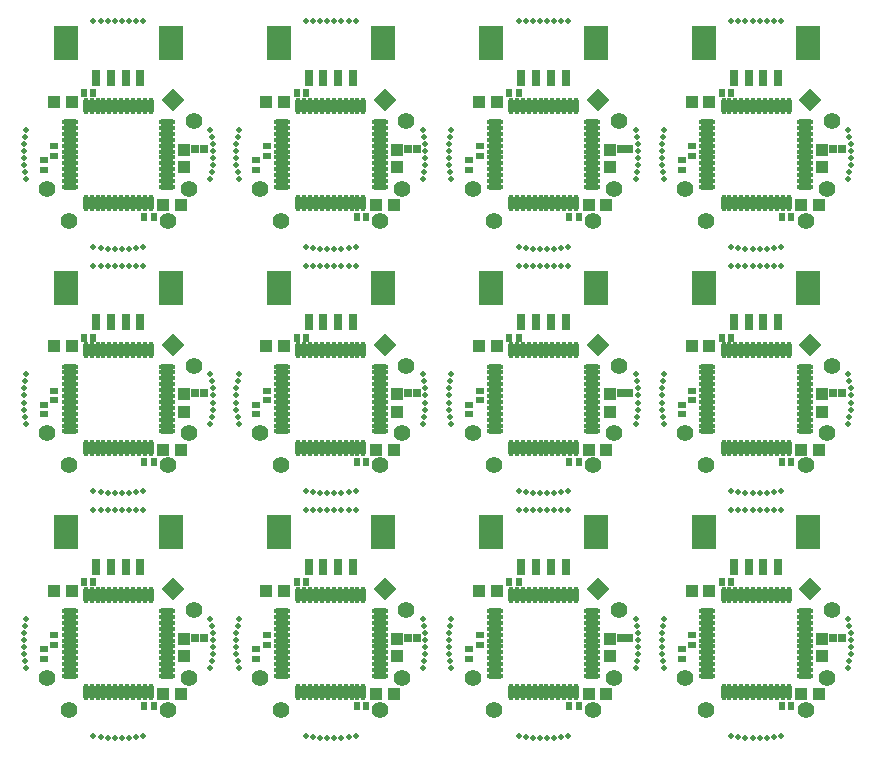
<source format=gts>
G04*
G04 #@! TF.GenerationSoftware,Altium Limited,Altium Designer,20.1.11 (218)*
G04*
G04 Layer_Color=8388736*
%FSLAX25Y25*%
%MOIN*%
G70*
G04*
G04 #@! TF.SameCoordinates,4A8DF08C-7CCE-415C-BD08-992622932B33*
G04*
G04*
G04 #@! TF.FilePolarity,Negative*
G04*
G01*
G75*
%ADD23C,0.01968*%
%ADD34R,0.02769X0.02375*%
%ADD35R,0.02375X0.02769*%
%ADD36R,0.03950X0.03950*%
%ADD37R,0.02769X0.02572*%
%ADD38R,0.03162X0.05524*%
%ADD39R,0.08280X0.11824*%
%ADD40O,0.05721X0.01784*%
%ADD41O,0.01784X0.05721*%
%ADD42R,0.03950X0.03950*%
%ADD43C,0.05524*%
%ADD44P,0.07813X4X270.0*%
G54D23*
X102756Y-31496D02*
D03*
Y125984D02*
D03*
Y50000D02*
D03*
Y44488D02*
D03*
Y-37008D02*
D03*
Y-112992D02*
D03*
X137008Y73228D02*
D03*
Y89764D02*
D03*
X137795Y80315D02*
D03*
X137008Y8268D02*
D03*
X137795Y1181D02*
D03*
X137402Y-87402D02*
D03*
X112205Y-31102D02*
D03*
X114567Y-30709D02*
D03*
X107480Y-31496D02*
D03*
X105118D02*
D03*
X109843D02*
D03*
X100394Y-31102D02*
D03*
X98032Y-30709D02*
D03*
X74803Y80315D02*
D03*
X75590Y89764D02*
D03*
Y73228D02*
D03*
X74803Y1181D02*
D03*
X75590Y8268D02*
D03*
X75197Y-87402D02*
D03*
X66142Y73228D02*
D03*
Y89764D02*
D03*
X66929Y80315D02*
D03*
X66142Y8268D02*
D03*
X66929Y1181D02*
D03*
X66535Y-87402D02*
D03*
X137402Y87402D02*
D03*
X137795Y85039D02*
D03*
Y82677D02*
D03*
X137402Y75591D02*
D03*
X137795Y77953D02*
D03*
X137402Y5906D02*
D03*
X137795Y3543D02*
D03*
X137402Y-5906D02*
D03*
X137795Y-3543D02*
D03*
Y-1181D02*
D03*
X137008Y-8268D02*
D03*
X137795Y-77953D02*
D03*
X137402Y-75590D02*
D03*
X137008Y-73228D02*
D03*
X137795Y-82677D02*
D03*
Y-80315D02*
D03*
Y-85039D02*
D03*
X137008Y-89764D02*
D03*
X114567Y125984D02*
D03*
X112205D02*
D03*
Y50394D02*
D03*
X114567Y50787D02*
D03*
Y44488D02*
D03*
X112205D02*
D03*
Y-37008D02*
D03*
X114567D02*
D03*
Y-112205D02*
D03*
X112205Y-112598D02*
D03*
X109843Y125984D02*
D03*
X105118D02*
D03*
X107480D02*
D03*
Y50000D02*
D03*
X105118D02*
D03*
X109843D02*
D03*
Y44488D02*
D03*
X105118D02*
D03*
X107480D02*
D03*
Y-37008D02*
D03*
X105118D02*
D03*
X109843D02*
D03*
Y-112992D02*
D03*
X105118D02*
D03*
X107480D02*
D03*
X98032Y125984D02*
D03*
X100394D02*
D03*
Y50394D02*
D03*
X98032Y50787D02*
D03*
Y44488D02*
D03*
X100394D02*
D03*
Y-37008D02*
D03*
X98032D02*
D03*
Y-112205D02*
D03*
X100394Y-112598D02*
D03*
X74803Y82677D02*
D03*
Y85039D02*
D03*
X75197Y87402D02*
D03*
X74803Y77953D02*
D03*
X75197Y75591D02*
D03*
X74803Y3543D02*
D03*
X75197Y5906D02*
D03*
X74803Y-1181D02*
D03*
Y-3543D02*
D03*
X75197Y-5906D02*
D03*
X75590Y-8268D02*
D03*
Y-73228D02*
D03*
X75197Y-75590D02*
D03*
X74803Y-77953D02*
D03*
Y-85039D02*
D03*
Y-80315D02*
D03*
Y-82677D02*
D03*
X75590Y-89764D02*
D03*
X66535Y87402D02*
D03*
X66929Y85039D02*
D03*
Y82677D02*
D03*
X66535Y75591D02*
D03*
X66929Y77953D02*
D03*
X66535Y5906D02*
D03*
X66929Y3543D02*
D03*
X66535Y-5906D02*
D03*
X66929Y-3543D02*
D03*
Y-1181D02*
D03*
X66142Y-8268D02*
D03*
X66929Y-77953D02*
D03*
X66535Y-75590D02*
D03*
X66142Y-73228D02*
D03*
X66929Y-82677D02*
D03*
Y-80315D02*
D03*
Y-85039D02*
D03*
X66142Y-89764D02*
D03*
X-137008D02*
D03*
X-137795Y-85039D02*
D03*
Y-80315D02*
D03*
Y-82677D02*
D03*
X-137008Y-73228D02*
D03*
X-137402Y-75590D02*
D03*
X-137795Y-77953D02*
D03*
X-137008Y-8268D02*
D03*
X-137795Y-1181D02*
D03*
Y-3543D02*
D03*
X-137402Y-5906D02*
D03*
X-137795Y3543D02*
D03*
X-137402Y5906D02*
D03*
X-137795Y77953D02*
D03*
X-137402Y75591D02*
D03*
X-137795Y82677D02*
D03*
Y85039D02*
D03*
X-137402Y87402D02*
D03*
X-114567Y-112205D02*
D03*
Y-37008D02*
D03*
Y44488D02*
D03*
Y50787D02*
D03*
Y125984D02*
D03*
X-109843Y-112992D02*
D03*
X-107480D02*
D03*
X-105118D02*
D03*
X-107480Y-37008D02*
D03*
X-105118D02*
D03*
X-109843D02*
D03*
Y44488D02*
D03*
X-107480D02*
D03*
X-105118D02*
D03*
Y50000D02*
D03*
X-107480D02*
D03*
X-109843D02*
D03*
Y125984D02*
D03*
X-107480D02*
D03*
X-105118D02*
D03*
X-98032Y-112205D02*
D03*
X-100394Y-112598D02*
D03*
X-102756Y-112992D02*
D03*
Y-37008D02*
D03*
X-100394D02*
D03*
X-98032D02*
D03*
Y44488D02*
D03*
X-102756D02*
D03*
X-100394D02*
D03*
X-102756Y50000D02*
D03*
X-100394Y50394D02*
D03*
X-98032Y50787D02*
D03*
Y125984D02*
D03*
X-102756D02*
D03*
X-100394D02*
D03*
X-75590Y-89764D02*
D03*
X-74803Y-82677D02*
D03*
Y-85039D02*
D03*
Y-80315D02*
D03*
X-75197Y-75590D02*
D03*
X-75590Y-73228D02*
D03*
X-74803Y-77953D02*
D03*
X-75590Y-8268D02*
D03*
X-75197Y-5906D02*
D03*
X-74803Y-3543D02*
D03*
Y-1181D02*
D03*
X-75197Y5906D02*
D03*
X-74803Y3543D02*
D03*
X-75197Y75591D02*
D03*
X-74803Y77953D02*
D03*
X-75197Y87402D02*
D03*
X-74803Y85039D02*
D03*
Y82677D02*
D03*
X-66142Y-89764D02*
D03*
X-66929Y-82677D02*
D03*
Y-80315D02*
D03*
Y-85039D02*
D03*
Y-77953D02*
D03*
X-66535Y-75590D02*
D03*
X-66142Y-73228D02*
D03*
Y-8268D02*
D03*
X-66535Y-5906D02*
D03*
X-66929Y-3543D02*
D03*
Y-1181D02*
D03*
X-66535Y5906D02*
D03*
X-66929Y3543D02*
D03*
X-66535Y75591D02*
D03*
X-66929Y77953D02*
D03*
X-66535Y87402D02*
D03*
X-66929Y85039D02*
D03*
Y82677D02*
D03*
X-41339Y-112598D02*
D03*
X-43701Y-112205D02*
D03*
Y-37008D02*
D03*
X-41339D02*
D03*
Y44488D02*
D03*
X-43701D02*
D03*
Y50787D02*
D03*
X-41339Y50394D02*
D03*
Y125984D02*
D03*
X-43701D02*
D03*
X-34252Y-112992D02*
D03*
X-36614D02*
D03*
Y-37008D02*
D03*
X-34252D02*
D03*
Y44488D02*
D03*
X-36614D02*
D03*
Y50000D02*
D03*
X-34252D02*
D03*
Y125984D02*
D03*
X-36614D02*
D03*
X-29528Y-112598D02*
D03*
X-27165Y-112205D02*
D03*
Y-37008D02*
D03*
X-29528D02*
D03*
Y44488D02*
D03*
X-27165D02*
D03*
Y50787D02*
D03*
X-29528Y50394D02*
D03*
Y125984D02*
D03*
X-27165D02*
D03*
X-4724Y-89764D02*
D03*
X-3937Y-85039D02*
D03*
Y-80315D02*
D03*
Y-82677D02*
D03*
X-4724Y-73228D02*
D03*
X-4331Y-75590D02*
D03*
X-3937Y-77953D02*
D03*
X-4724Y-8268D02*
D03*
X-3937Y-1181D02*
D03*
Y-3543D02*
D03*
X-4331Y-5906D02*
D03*
X-3937Y3543D02*
D03*
X-4331Y5906D02*
D03*
X-3937Y77953D02*
D03*
X-4331Y75591D02*
D03*
X-3937Y82677D02*
D03*
Y85039D02*
D03*
X-4331Y87402D02*
D03*
X4724Y-89764D02*
D03*
X3937Y-82677D02*
D03*
Y-80315D02*
D03*
Y-85039D02*
D03*
Y-77953D02*
D03*
X4331Y-75590D02*
D03*
X4724Y-73228D02*
D03*
Y-8268D02*
D03*
X4331Y-5906D02*
D03*
X3937Y-3543D02*
D03*
Y-1181D02*
D03*
X4331Y5906D02*
D03*
X3937Y3543D02*
D03*
X4331Y75591D02*
D03*
X3937Y77953D02*
D03*
X4331Y87402D02*
D03*
X3937Y85039D02*
D03*
Y82677D02*
D03*
X29528Y-112598D02*
D03*
X27165Y-112205D02*
D03*
Y-37008D02*
D03*
X29528D02*
D03*
Y44488D02*
D03*
X27165D02*
D03*
Y50787D02*
D03*
X29528Y50394D02*
D03*
Y125984D02*
D03*
X27165D02*
D03*
X36614Y-112992D02*
D03*
X34252D02*
D03*
X38976D02*
D03*
Y-37008D02*
D03*
X34252D02*
D03*
X36614D02*
D03*
Y44488D02*
D03*
X34252D02*
D03*
X38976D02*
D03*
Y50000D02*
D03*
X34252D02*
D03*
X36614D02*
D03*
Y125984D02*
D03*
X34252D02*
D03*
X38976D02*
D03*
X41339Y-112598D02*
D03*
X43701Y-112205D02*
D03*
Y-37008D02*
D03*
X41339D02*
D03*
Y44488D02*
D03*
X43701D02*
D03*
Y50787D02*
D03*
X41339Y50394D02*
D03*
Y125984D02*
D03*
X43701D02*
D03*
X66142Y-89764D02*
D03*
X66929Y-85039D02*
D03*
Y-80315D02*
D03*
Y-82677D02*
D03*
X66142Y-73228D02*
D03*
X66535Y-75590D02*
D03*
X66929Y-77953D02*
D03*
X66142Y-8268D02*
D03*
X66929Y-1181D02*
D03*
Y-3543D02*
D03*
X66535Y-5906D02*
D03*
X66929Y3543D02*
D03*
X66535Y5906D02*
D03*
X66929Y77953D02*
D03*
X66535Y75591D02*
D03*
X66929Y82677D02*
D03*
Y85039D02*
D03*
X66535Y87402D02*
D03*
X-137402Y-87402D02*
D03*
X-137795Y1181D02*
D03*
X-137008Y8268D02*
D03*
X-137795Y80315D02*
D03*
X-137008Y89764D02*
D03*
Y73228D02*
D03*
X-114567Y-30709D02*
D03*
X-105118Y-31496D02*
D03*
X-107480D02*
D03*
X-109843D02*
D03*
X-102756D02*
D03*
X-100394Y-31102D02*
D03*
X-98032Y-30709D02*
D03*
X-75197Y-87402D02*
D03*
X-75590Y8268D02*
D03*
X-74803Y1181D02*
D03*
X-75590Y73228D02*
D03*
Y89764D02*
D03*
X-74803Y80315D02*
D03*
X-66535Y-87402D02*
D03*
X-66142Y8268D02*
D03*
X-66929Y1181D02*
D03*
X-66142Y73228D02*
D03*
Y89764D02*
D03*
X-66929Y80315D02*
D03*
X-43701Y-30709D02*
D03*
X-41339Y-31102D02*
D03*
X-36614Y-31496D02*
D03*
X-34252D02*
D03*
X-27165Y-30709D02*
D03*
X-29528Y-31102D02*
D03*
X-4331Y-87402D02*
D03*
X-3937Y1181D02*
D03*
X-4724Y8268D02*
D03*
X-3937Y80315D02*
D03*
X-4724Y89764D02*
D03*
Y73228D02*
D03*
X4331Y-87402D02*
D03*
X4724Y8268D02*
D03*
X3937Y1181D02*
D03*
X4724Y73228D02*
D03*
Y89764D02*
D03*
X3937Y80315D02*
D03*
X27165Y-30709D02*
D03*
X29528Y-31102D02*
D03*
X38976Y-31496D02*
D03*
X34252D02*
D03*
X36614D02*
D03*
X43701Y-30709D02*
D03*
X41339Y-31102D02*
D03*
X66535Y-87402D02*
D03*
X66929Y1181D02*
D03*
X66142Y8268D02*
D03*
X66929Y80315D02*
D03*
X66142Y89764D02*
D03*
Y73228D02*
D03*
X-112205Y-112598D02*
D03*
Y-37008D02*
D03*
Y44488D02*
D03*
Y50394D02*
D03*
Y125984D02*
D03*
X-31890Y-112992D02*
D03*
X-38976D02*
D03*
Y-37008D02*
D03*
X-31890D02*
D03*
Y44488D02*
D03*
X-38976D02*
D03*
Y50000D02*
D03*
X-31890D02*
D03*
Y125984D02*
D03*
X-38976D02*
D03*
X31890Y-112992D02*
D03*
Y-37008D02*
D03*
Y44488D02*
D03*
Y50000D02*
D03*
Y125984D02*
D03*
X-112205Y-31102D02*
D03*
X-38976Y-31496D02*
D03*
X-31890D02*
D03*
X31890D02*
D03*
G54D34*
X85039Y-81890D02*
D03*
Y-78740D02*
D03*
X81496Y-86614D02*
D03*
Y-83465D02*
D03*
X85039Y81102D02*
D03*
Y84252D02*
D03*
X81496Y76378D02*
D03*
Y79528D02*
D03*
X85039Y-394D02*
D03*
Y2756D02*
D03*
X81496Y-5118D02*
D03*
Y-1969D02*
D03*
X-56693Y-394D02*
D03*
Y2756D02*
D03*
X-60236Y-5118D02*
D03*
Y-1969D02*
D03*
X-56693Y81102D02*
D03*
Y84252D02*
D03*
X-60236Y76378D02*
D03*
Y79528D02*
D03*
X-56693Y-81890D02*
D03*
Y-78740D02*
D03*
X-60236Y-86614D02*
D03*
Y-83465D02*
D03*
X-127559Y-394D02*
D03*
Y2756D02*
D03*
X-131102Y-5118D02*
D03*
Y-1969D02*
D03*
X14173Y-394D02*
D03*
Y2756D02*
D03*
X10630Y-5118D02*
D03*
Y-1969D02*
D03*
X-127559Y81102D02*
D03*
Y84252D02*
D03*
X-131102Y76378D02*
D03*
Y79528D02*
D03*
X14173Y81102D02*
D03*
Y84252D02*
D03*
X10630Y76378D02*
D03*
Y79528D02*
D03*
X-127559Y-81890D02*
D03*
Y-78740D02*
D03*
X-131102Y-86614D02*
D03*
Y-83465D02*
D03*
X14173Y-81890D02*
D03*
Y-78740D02*
D03*
X10630Y-86614D02*
D03*
Y-83465D02*
D03*
G54D35*
X118110Y-102362D02*
D03*
X114961D02*
D03*
X94882Y-61024D02*
D03*
X98032D02*
D03*
X118110Y60630D02*
D03*
X114961D02*
D03*
X94882Y101969D02*
D03*
X98032D02*
D03*
X118110Y-20866D02*
D03*
X114961D02*
D03*
X94882Y20472D02*
D03*
X98032D02*
D03*
X-23622Y-20866D02*
D03*
X-26772D02*
D03*
X-46850Y20472D02*
D03*
X-43701D02*
D03*
X-23622Y60630D02*
D03*
X-26772D02*
D03*
X-46850Y101969D02*
D03*
X-43701D02*
D03*
X-23622Y-102362D02*
D03*
X-26772D02*
D03*
X-46850Y-61024D02*
D03*
X-43701D02*
D03*
X-94488Y-20866D02*
D03*
X-97638D02*
D03*
X-117717Y20472D02*
D03*
X-114567D02*
D03*
X47244Y-20866D02*
D03*
X44094D02*
D03*
X24016Y20472D02*
D03*
X27165D02*
D03*
X-94488Y60630D02*
D03*
X-97638D02*
D03*
X-117717Y101969D02*
D03*
X-114567D02*
D03*
X47244Y60630D02*
D03*
X44094D02*
D03*
X24016Y101969D02*
D03*
X27165D02*
D03*
X-94488Y-102362D02*
D03*
X-97638D02*
D03*
X-117717Y-61024D02*
D03*
X-114567D02*
D03*
X47244Y-102362D02*
D03*
X44094D02*
D03*
X24016Y-61024D02*
D03*
X27165D02*
D03*
G54D36*
X127276Y-98472D02*
D03*
X121370D02*
D03*
X84823Y-63972D02*
D03*
X90728D02*
D03*
X127276Y64520D02*
D03*
X121370D02*
D03*
X84823Y99020D02*
D03*
X90728D02*
D03*
X127276Y-16976D02*
D03*
X121370D02*
D03*
X84823Y17524D02*
D03*
X90728D02*
D03*
X-14457Y-16976D02*
D03*
X-20362D02*
D03*
X-56910Y17524D02*
D03*
X-51004D02*
D03*
X-14457Y64520D02*
D03*
X-20362D02*
D03*
X-56910Y99020D02*
D03*
X-51004D02*
D03*
X-14457Y-98472D02*
D03*
X-20362D02*
D03*
X-56910Y-63972D02*
D03*
X-51004D02*
D03*
X-85323Y-16976D02*
D03*
X-91228D02*
D03*
X-127776Y17524D02*
D03*
X-121870D02*
D03*
X56409Y-16976D02*
D03*
X50504D02*
D03*
X13957Y17524D02*
D03*
X19862D02*
D03*
X-85323Y64520D02*
D03*
X-91228D02*
D03*
X-127776Y99020D02*
D03*
X-121870D02*
D03*
X56409Y64520D02*
D03*
X50504D02*
D03*
X13957Y99020D02*
D03*
X19862D02*
D03*
X-85323Y-98472D02*
D03*
X-91228D02*
D03*
X-127776Y-63972D02*
D03*
X-121870D02*
D03*
X56409Y-98472D02*
D03*
X50504D02*
D03*
X13957Y-63972D02*
D03*
X19862D02*
D03*
G54D37*
X131988Y-79528D02*
D03*
X134941D02*
D03*
X131988Y83465D02*
D03*
X134941D02*
D03*
X131988Y1969D02*
D03*
X134941D02*
D03*
X-9744D02*
D03*
X-6791D02*
D03*
X-9744Y83465D02*
D03*
X-6791D02*
D03*
X-9744Y-79528D02*
D03*
X-6791D02*
D03*
X-80610Y1969D02*
D03*
X-77658D02*
D03*
X61122D02*
D03*
X64075D02*
D03*
X-80610Y83465D02*
D03*
X-77658D02*
D03*
X61122D02*
D03*
X64075D02*
D03*
X-80610Y-79528D02*
D03*
X-77658D02*
D03*
X61122D02*
D03*
X64075D02*
D03*
G54D38*
X103839Y-55905D02*
D03*
X108760D02*
D03*
X113681D02*
D03*
X98917D02*
D03*
X103839Y107087D02*
D03*
X108760D02*
D03*
X113681D02*
D03*
X98917D02*
D03*
X103839Y25591D02*
D03*
X108760D02*
D03*
X113681D02*
D03*
X98917D02*
D03*
X-37894D02*
D03*
X-32972D02*
D03*
X-28051D02*
D03*
X-42815D02*
D03*
X-37894Y107087D02*
D03*
X-32972D02*
D03*
X-28051D02*
D03*
X-42815D02*
D03*
X-37894Y-55905D02*
D03*
X-32972D02*
D03*
X-28051D02*
D03*
X-42815D02*
D03*
X-108760Y25591D02*
D03*
X-103839D02*
D03*
X-98917D02*
D03*
X-113681D02*
D03*
X32972D02*
D03*
X37894D02*
D03*
X42815D02*
D03*
X28051D02*
D03*
X-108760Y107087D02*
D03*
X-103839D02*
D03*
X-98917D02*
D03*
X-113681D02*
D03*
X32972D02*
D03*
X37894D02*
D03*
X42815D02*
D03*
X28051D02*
D03*
X-108760Y-55905D02*
D03*
X-103839D02*
D03*
X-98917D02*
D03*
X-113681D02*
D03*
X32972D02*
D03*
X37894D02*
D03*
X42815D02*
D03*
X28051D02*
D03*
G54D39*
X88878Y-44488D02*
D03*
X123721D02*
D03*
X88878Y118504D02*
D03*
X123721D02*
D03*
X88878Y37008D02*
D03*
X123721D02*
D03*
X-52854D02*
D03*
X-18012D02*
D03*
X-52854Y118504D02*
D03*
X-18012D02*
D03*
X-52854Y-44488D02*
D03*
X-18012D02*
D03*
X-123721Y37008D02*
D03*
X-88878D02*
D03*
X18012D02*
D03*
X52854D02*
D03*
X-123721Y118504D02*
D03*
X-88878D02*
D03*
X18012D02*
D03*
X52854D02*
D03*
X-123721Y-44488D02*
D03*
X-88878D02*
D03*
X18012D02*
D03*
X52854D02*
D03*
G54D40*
X90059Y-70669D02*
D03*
Y-72638D02*
D03*
Y-74606D02*
D03*
Y-76575D02*
D03*
Y-78543D02*
D03*
Y-80512D02*
D03*
Y-82480D02*
D03*
Y-84449D02*
D03*
Y-86417D02*
D03*
Y-88386D02*
D03*
Y-90354D02*
D03*
Y-92323D02*
D03*
X122539D02*
D03*
Y-90354D02*
D03*
Y-88386D02*
D03*
Y-86417D02*
D03*
Y-84449D02*
D03*
Y-82480D02*
D03*
Y-80512D02*
D03*
Y-78543D02*
D03*
Y-76575D02*
D03*
Y-74606D02*
D03*
Y-72638D02*
D03*
Y-70669D02*
D03*
X90059Y92323D02*
D03*
Y90354D02*
D03*
Y88386D02*
D03*
Y86417D02*
D03*
Y84449D02*
D03*
Y82480D02*
D03*
Y80512D02*
D03*
Y78543D02*
D03*
Y76575D02*
D03*
Y74606D02*
D03*
Y72638D02*
D03*
Y70669D02*
D03*
X122539D02*
D03*
Y72638D02*
D03*
Y74606D02*
D03*
Y76575D02*
D03*
Y78543D02*
D03*
Y80512D02*
D03*
Y82480D02*
D03*
Y84449D02*
D03*
Y86417D02*
D03*
Y88386D02*
D03*
Y90354D02*
D03*
Y92323D02*
D03*
X90059Y10827D02*
D03*
Y8858D02*
D03*
Y6890D02*
D03*
Y4921D02*
D03*
Y2953D02*
D03*
Y984D02*
D03*
Y-984D02*
D03*
Y-2953D02*
D03*
Y-4921D02*
D03*
Y-6890D02*
D03*
Y-8858D02*
D03*
Y-10827D02*
D03*
X122539D02*
D03*
Y-8858D02*
D03*
Y-6890D02*
D03*
Y-4921D02*
D03*
Y-2953D02*
D03*
Y-984D02*
D03*
Y984D02*
D03*
Y2953D02*
D03*
Y4921D02*
D03*
Y6890D02*
D03*
Y8858D02*
D03*
Y10827D02*
D03*
X-51673D02*
D03*
Y8858D02*
D03*
Y6890D02*
D03*
Y4921D02*
D03*
Y2953D02*
D03*
Y984D02*
D03*
Y-984D02*
D03*
Y-2953D02*
D03*
Y-4921D02*
D03*
Y-6890D02*
D03*
Y-8858D02*
D03*
Y-10827D02*
D03*
X-19193D02*
D03*
Y-8858D02*
D03*
Y-6890D02*
D03*
Y-4921D02*
D03*
Y-2953D02*
D03*
Y-984D02*
D03*
Y984D02*
D03*
Y2953D02*
D03*
Y4921D02*
D03*
Y6890D02*
D03*
Y8858D02*
D03*
Y10827D02*
D03*
X-51673Y92323D02*
D03*
Y90354D02*
D03*
Y88386D02*
D03*
Y86417D02*
D03*
Y84449D02*
D03*
Y82480D02*
D03*
Y80512D02*
D03*
Y78543D02*
D03*
Y76575D02*
D03*
Y74606D02*
D03*
Y72638D02*
D03*
Y70669D02*
D03*
X-19193D02*
D03*
Y72638D02*
D03*
Y74606D02*
D03*
Y76575D02*
D03*
Y78543D02*
D03*
Y80512D02*
D03*
Y82480D02*
D03*
Y84449D02*
D03*
Y86417D02*
D03*
Y88386D02*
D03*
Y90354D02*
D03*
Y92323D02*
D03*
X-51673Y-70669D02*
D03*
Y-72638D02*
D03*
Y-74606D02*
D03*
Y-76575D02*
D03*
Y-78543D02*
D03*
Y-80512D02*
D03*
Y-82480D02*
D03*
Y-84449D02*
D03*
Y-86417D02*
D03*
Y-88386D02*
D03*
Y-90354D02*
D03*
Y-92323D02*
D03*
X-19193D02*
D03*
Y-90354D02*
D03*
Y-88386D02*
D03*
Y-86417D02*
D03*
Y-84449D02*
D03*
Y-82480D02*
D03*
Y-80512D02*
D03*
Y-78543D02*
D03*
Y-76575D02*
D03*
Y-74606D02*
D03*
Y-72638D02*
D03*
Y-70669D02*
D03*
X-122539Y10827D02*
D03*
Y8858D02*
D03*
Y6890D02*
D03*
Y4921D02*
D03*
Y2953D02*
D03*
Y984D02*
D03*
Y-984D02*
D03*
Y-2953D02*
D03*
Y-4921D02*
D03*
Y-6890D02*
D03*
Y-8858D02*
D03*
Y-10827D02*
D03*
X-90059D02*
D03*
Y-8858D02*
D03*
Y-6890D02*
D03*
Y-4921D02*
D03*
Y-2953D02*
D03*
Y-984D02*
D03*
Y984D02*
D03*
Y2953D02*
D03*
Y4921D02*
D03*
Y6890D02*
D03*
Y8858D02*
D03*
Y10827D02*
D03*
X19193D02*
D03*
Y8858D02*
D03*
Y6890D02*
D03*
Y4921D02*
D03*
Y2953D02*
D03*
Y984D02*
D03*
Y-984D02*
D03*
Y-2953D02*
D03*
Y-4921D02*
D03*
Y-6890D02*
D03*
Y-8858D02*
D03*
Y-10827D02*
D03*
X51673D02*
D03*
Y-8858D02*
D03*
Y-6890D02*
D03*
Y-4921D02*
D03*
Y-2953D02*
D03*
Y-984D02*
D03*
Y984D02*
D03*
Y2953D02*
D03*
Y4921D02*
D03*
Y6890D02*
D03*
Y8858D02*
D03*
Y10827D02*
D03*
X-122539Y92323D02*
D03*
Y90354D02*
D03*
Y88386D02*
D03*
Y86417D02*
D03*
Y84449D02*
D03*
Y82480D02*
D03*
Y80512D02*
D03*
Y78543D02*
D03*
Y76575D02*
D03*
Y74606D02*
D03*
Y72638D02*
D03*
Y70669D02*
D03*
X-90059D02*
D03*
Y72638D02*
D03*
Y74606D02*
D03*
Y76575D02*
D03*
Y78543D02*
D03*
Y80512D02*
D03*
Y82480D02*
D03*
Y84449D02*
D03*
Y86417D02*
D03*
Y88386D02*
D03*
Y90354D02*
D03*
Y92323D02*
D03*
X19193D02*
D03*
Y90354D02*
D03*
Y88386D02*
D03*
Y86417D02*
D03*
Y84449D02*
D03*
Y82480D02*
D03*
Y80512D02*
D03*
Y78543D02*
D03*
Y76575D02*
D03*
Y74606D02*
D03*
Y72638D02*
D03*
Y70669D02*
D03*
X51673D02*
D03*
Y72638D02*
D03*
Y74606D02*
D03*
Y76575D02*
D03*
Y78543D02*
D03*
Y80512D02*
D03*
Y82480D02*
D03*
Y84449D02*
D03*
Y86417D02*
D03*
Y88386D02*
D03*
Y90354D02*
D03*
Y92323D02*
D03*
X-122539Y-70669D02*
D03*
Y-72638D02*
D03*
Y-74606D02*
D03*
Y-76575D02*
D03*
Y-78543D02*
D03*
Y-80512D02*
D03*
Y-82480D02*
D03*
Y-84449D02*
D03*
Y-86417D02*
D03*
Y-88386D02*
D03*
Y-90354D02*
D03*
Y-92323D02*
D03*
X-90059D02*
D03*
Y-90354D02*
D03*
Y-88386D02*
D03*
Y-86417D02*
D03*
Y-84449D02*
D03*
Y-82480D02*
D03*
Y-80512D02*
D03*
Y-78543D02*
D03*
Y-76575D02*
D03*
Y-74606D02*
D03*
Y-72638D02*
D03*
Y-70669D02*
D03*
X19193D02*
D03*
Y-72638D02*
D03*
Y-74606D02*
D03*
Y-76575D02*
D03*
Y-78543D02*
D03*
Y-80512D02*
D03*
Y-82480D02*
D03*
Y-84449D02*
D03*
Y-86417D02*
D03*
Y-88386D02*
D03*
Y-90354D02*
D03*
Y-92323D02*
D03*
X51673D02*
D03*
Y-90354D02*
D03*
Y-88386D02*
D03*
Y-86417D02*
D03*
Y-84449D02*
D03*
Y-82480D02*
D03*
Y-80512D02*
D03*
Y-78543D02*
D03*
Y-76575D02*
D03*
Y-74606D02*
D03*
Y-72638D02*
D03*
Y-70669D02*
D03*
G54D41*
X95472Y-97736D02*
D03*
X97441D02*
D03*
X99409D02*
D03*
X101378D02*
D03*
X103347D02*
D03*
X105315D02*
D03*
X107283D02*
D03*
X109252D02*
D03*
X111221D02*
D03*
X113189D02*
D03*
X115157D02*
D03*
X117126D02*
D03*
Y-65256D02*
D03*
X115157D02*
D03*
X113189D02*
D03*
X111221D02*
D03*
X109252D02*
D03*
X107283D02*
D03*
X105315D02*
D03*
X103347D02*
D03*
X101378D02*
D03*
X99409D02*
D03*
X97441D02*
D03*
X95472D02*
D03*
Y65256D02*
D03*
X97441D02*
D03*
X99409D02*
D03*
X101378D02*
D03*
X103347D02*
D03*
X105315D02*
D03*
X107283D02*
D03*
X109252D02*
D03*
X111221D02*
D03*
X113189D02*
D03*
X115157D02*
D03*
X117126D02*
D03*
Y97736D02*
D03*
X115157D02*
D03*
X113189D02*
D03*
X111221D02*
D03*
X109252D02*
D03*
X107283D02*
D03*
X105315D02*
D03*
X103347D02*
D03*
X101378D02*
D03*
X99409D02*
D03*
X97441D02*
D03*
X95472D02*
D03*
Y-16240D02*
D03*
X97441D02*
D03*
X99409D02*
D03*
X101378D02*
D03*
X103347D02*
D03*
X105315D02*
D03*
X107283D02*
D03*
X109252D02*
D03*
X111221D02*
D03*
X113189D02*
D03*
X115157D02*
D03*
X117126D02*
D03*
Y16240D02*
D03*
X115157D02*
D03*
X113189D02*
D03*
X111221D02*
D03*
X109252D02*
D03*
X107283D02*
D03*
X105315D02*
D03*
X103347D02*
D03*
X101378D02*
D03*
X99409D02*
D03*
X97441D02*
D03*
X95472D02*
D03*
X-46260Y-16240D02*
D03*
X-44291D02*
D03*
X-42323D02*
D03*
X-40354D02*
D03*
X-38386D02*
D03*
X-36417D02*
D03*
X-34449D02*
D03*
X-32480D02*
D03*
X-30512D02*
D03*
X-28543D02*
D03*
X-26575D02*
D03*
X-24606D02*
D03*
Y16240D02*
D03*
X-26575D02*
D03*
X-28543D02*
D03*
X-30512D02*
D03*
X-32480D02*
D03*
X-34449D02*
D03*
X-36417D02*
D03*
X-38386D02*
D03*
X-40354D02*
D03*
X-42323D02*
D03*
X-44291D02*
D03*
X-46260D02*
D03*
Y65256D02*
D03*
X-44291D02*
D03*
X-42323D02*
D03*
X-40354D02*
D03*
X-38386D02*
D03*
X-36417D02*
D03*
X-34449D02*
D03*
X-32480D02*
D03*
X-30512D02*
D03*
X-28543D02*
D03*
X-26575D02*
D03*
X-24606D02*
D03*
Y97736D02*
D03*
X-26575D02*
D03*
X-28543D02*
D03*
X-30512D02*
D03*
X-32480D02*
D03*
X-34449D02*
D03*
X-36417D02*
D03*
X-38386D02*
D03*
X-40354D02*
D03*
X-42323D02*
D03*
X-44291D02*
D03*
X-46260D02*
D03*
Y-97736D02*
D03*
X-44291D02*
D03*
X-42323D02*
D03*
X-40354D02*
D03*
X-38386D02*
D03*
X-36417D02*
D03*
X-34449D02*
D03*
X-32480D02*
D03*
X-30512D02*
D03*
X-28543D02*
D03*
X-26575D02*
D03*
X-24606D02*
D03*
Y-65256D02*
D03*
X-26575D02*
D03*
X-28543D02*
D03*
X-30512D02*
D03*
X-32480D02*
D03*
X-34449D02*
D03*
X-36417D02*
D03*
X-38386D02*
D03*
X-40354D02*
D03*
X-42323D02*
D03*
X-44291D02*
D03*
X-46260D02*
D03*
X-117126Y-16240D02*
D03*
X-115157D02*
D03*
X-113189D02*
D03*
X-111221D02*
D03*
X-109252D02*
D03*
X-107283D02*
D03*
X-105315D02*
D03*
X-103347D02*
D03*
X-101378D02*
D03*
X-99410D02*
D03*
X-97441D02*
D03*
X-95472D02*
D03*
Y16240D02*
D03*
X-97441D02*
D03*
X-99410D02*
D03*
X-101378D02*
D03*
X-103347D02*
D03*
X-105315D02*
D03*
X-107283D02*
D03*
X-109252D02*
D03*
X-111221D02*
D03*
X-113189D02*
D03*
X-115157D02*
D03*
X-117126D02*
D03*
X24606Y-16240D02*
D03*
X26575D02*
D03*
X28543D02*
D03*
X30512D02*
D03*
X32480D02*
D03*
X34449D02*
D03*
X36417D02*
D03*
X38386D02*
D03*
X40354D02*
D03*
X42323D02*
D03*
X44291D02*
D03*
X46260D02*
D03*
Y16240D02*
D03*
X44291D02*
D03*
X42323D02*
D03*
X40354D02*
D03*
X38386D02*
D03*
X36417D02*
D03*
X34449D02*
D03*
X32480D02*
D03*
X30512D02*
D03*
X28543D02*
D03*
X26575D02*
D03*
X24606D02*
D03*
X-117126Y65256D02*
D03*
X-115157D02*
D03*
X-113189D02*
D03*
X-111221D02*
D03*
X-109252D02*
D03*
X-107283D02*
D03*
X-105315D02*
D03*
X-103347D02*
D03*
X-101378D02*
D03*
X-99410D02*
D03*
X-97441D02*
D03*
X-95472D02*
D03*
Y97736D02*
D03*
X-97441D02*
D03*
X-99410D02*
D03*
X-101378D02*
D03*
X-103347D02*
D03*
X-105315D02*
D03*
X-107283D02*
D03*
X-109252D02*
D03*
X-111221D02*
D03*
X-113189D02*
D03*
X-115157D02*
D03*
X-117126D02*
D03*
X24606Y65256D02*
D03*
X26575D02*
D03*
X28543D02*
D03*
X30512D02*
D03*
X32480D02*
D03*
X34449D02*
D03*
X36417D02*
D03*
X38386D02*
D03*
X40354D02*
D03*
X42323D02*
D03*
X44291D02*
D03*
X46260D02*
D03*
Y97736D02*
D03*
X44291D02*
D03*
X42323D02*
D03*
X40354D02*
D03*
X38386D02*
D03*
X36417D02*
D03*
X34449D02*
D03*
X32480D02*
D03*
X30512D02*
D03*
X28543D02*
D03*
X26575D02*
D03*
X24606D02*
D03*
X-117126Y-97736D02*
D03*
X-115157D02*
D03*
X-113189D02*
D03*
X-111221D02*
D03*
X-109252D02*
D03*
X-107283D02*
D03*
X-105315D02*
D03*
X-103347D02*
D03*
X-101378D02*
D03*
X-99410D02*
D03*
X-97441D02*
D03*
X-95472D02*
D03*
Y-65256D02*
D03*
X-97441D02*
D03*
X-99410D02*
D03*
X-101378D02*
D03*
X-103347D02*
D03*
X-105315D02*
D03*
X-107283D02*
D03*
X-109252D02*
D03*
X-111221D02*
D03*
X-113189D02*
D03*
X-115157D02*
D03*
X-117126D02*
D03*
X24606Y-97736D02*
D03*
X26575D02*
D03*
X28543D02*
D03*
X30512D02*
D03*
X32480D02*
D03*
X34449D02*
D03*
X36417D02*
D03*
X38386D02*
D03*
X40354D02*
D03*
X42323D02*
D03*
X44291D02*
D03*
X46260D02*
D03*
Y-65256D02*
D03*
X44291D02*
D03*
X42323D02*
D03*
X40354D02*
D03*
X38386D02*
D03*
X36417D02*
D03*
X34449D02*
D03*
X32480D02*
D03*
X30512D02*
D03*
X28543D02*
D03*
X26575D02*
D03*
X24606D02*
D03*
G54D42*
X128347Y-79921D02*
D03*
Y-85827D02*
D03*
Y83071D02*
D03*
Y77165D02*
D03*
Y1575D02*
D03*
Y-4331D02*
D03*
X-13386Y1575D02*
D03*
Y-4331D02*
D03*
Y83071D02*
D03*
Y77165D02*
D03*
Y-79921D02*
D03*
Y-85827D02*
D03*
X-84252Y1575D02*
D03*
Y-4331D02*
D03*
X57480Y1575D02*
D03*
Y-4331D02*
D03*
X-84252Y83071D02*
D03*
Y77165D02*
D03*
X57480Y83071D02*
D03*
Y77165D02*
D03*
X-84252Y-79921D02*
D03*
Y-85827D02*
D03*
X57480Y-79921D02*
D03*
Y-85827D02*
D03*
G54D43*
X129921Y-92913D02*
D03*
X122835Y-103543D02*
D03*
X82677Y-92913D02*
D03*
X89764Y-103543D02*
D03*
X131488Y-70465D02*
D03*
X129921Y70079D02*
D03*
X122835Y59449D02*
D03*
X82677Y70079D02*
D03*
X89764Y59449D02*
D03*
X131488Y92528D02*
D03*
X129921Y-11417D02*
D03*
X122835Y-22047D02*
D03*
X82677Y-11417D02*
D03*
X89764Y-22047D02*
D03*
X131488Y11031D02*
D03*
X-11811Y-11417D02*
D03*
X-18898Y-22047D02*
D03*
X-59055Y-11417D02*
D03*
X-51968Y-22047D02*
D03*
X-10244Y11031D02*
D03*
X-11811Y70079D02*
D03*
X-18898Y59449D02*
D03*
X-59055Y70079D02*
D03*
X-51968Y59449D02*
D03*
X-10244Y92528D02*
D03*
X-11811Y-92913D02*
D03*
X-18898Y-103543D02*
D03*
X-59055Y-92913D02*
D03*
X-51968Y-103543D02*
D03*
X-10244Y-70465D02*
D03*
X-82677Y-11417D02*
D03*
X-89764Y-22047D02*
D03*
X-129921Y-11417D02*
D03*
X-122835Y-22047D02*
D03*
X-81110Y11031D02*
D03*
X59055Y-11417D02*
D03*
X51968Y-22047D02*
D03*
X11811Y-11417D02*
D03*
X18898Y-22047D02*
D03*
X60622Y11031D02*
D03*
X-82677Y70079D02*
D03*
X-89764Y59449D02*
D03*
X-129921Y70079D02*
D03*
X-122835Y59449D02*
D03*
X-81110Y92528D02*
D03*
X59055Y70079D02*
D03*
X51968Y59449D02*
D03*
X11811Y70079D02*
D03*
X18898Y59449D02*
D03*
X60622Y92528D02*
D03*
X-82677Y-92913D02*
D03*
X-89764Y-103543D02*
D03*
X-129921Y-92913D02*
D03*
X-122835Y-103543D02*
D03*
X-81110Y-70465D02*
D03*
X59055Y-92913D02*
D03*
X51968Y-103543D02*
D03*
X11811Y-92913D02*
D03*
X18898Y-103543D02*
D03*
X60622Y-70465D02*
D03*
G54D44*
X124417Y-63394D02*
D03*
Y99598D02*
D03*
Y18102D02*
D03*
X-17315D02*
D03*
Y99598D02*
D03*
Y-63394D02*
D03*
X-88181Y18102D02*
D03*
X53551D02*
D03*
X-88181Y99598D02*
D03*
X53551D02*
D03*
X-88181Y-63394D02*
D03*
X53551D02*
D03*
M02*

</source>
